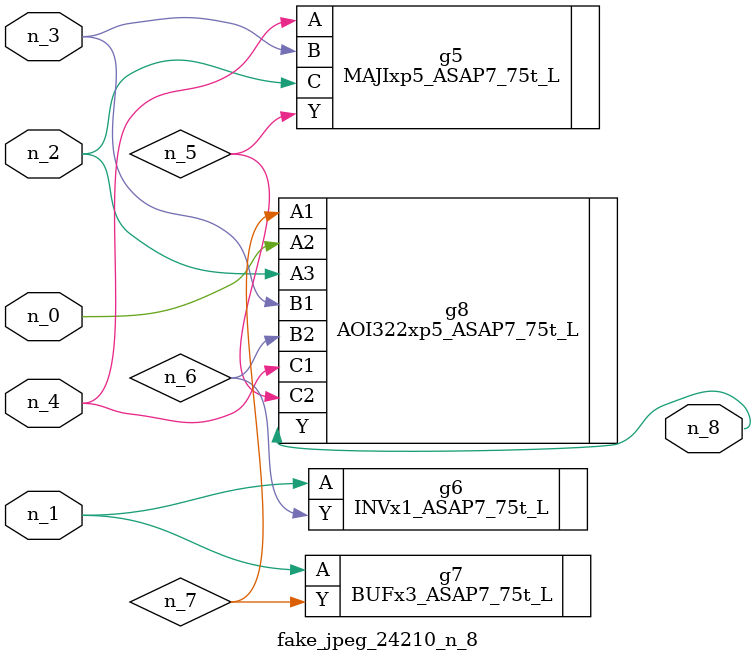
<source format=v>
module fake_jpeg_24210_n_8 (n_3, n_2, n_1, n_0, n_4, n_8);

input n_3;
input n_2;
input n_1;
input n_0;
input n_4;

output n_8;

wire n_6;
wire n_5;
wire n_7;

MAJIxp5_ASAP7_75t_L g5 ( 
.A(n_4),
.B(n_3),
.C(n_2),
.Y(n_5)
);

INVx1_ASAP7_75t_L g6 ( 
.A(n_1),
.Y(n_6)
);

BUFx3_ASAP7_75t_L g7 ( 
.A(n_1),
.Y(n_7)
);

AOI322xp5_ASAP7_75t_L g8 ( 
.A1(n_7),
.A2(n_0),
.A3(n_2),
.B1(n_3),
.B2(n_6),
.C1(n_4),
.C2(n_5),
.Y(n_8)
);


endmodule
</source>
